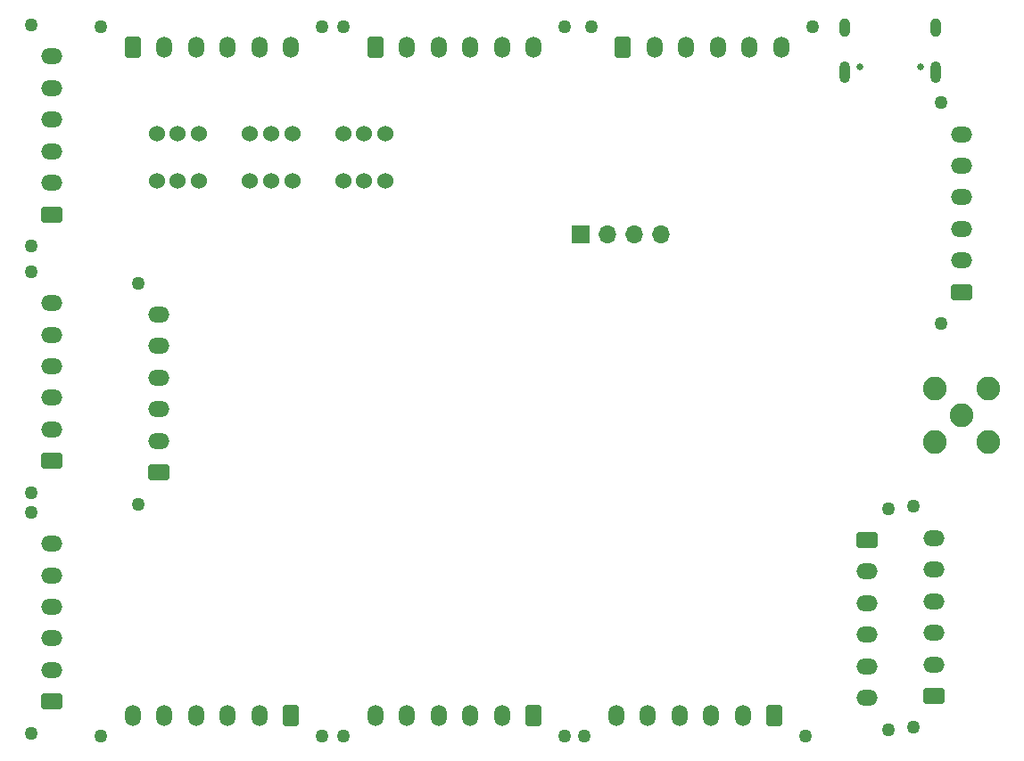
<source format=gbr>
%TF.GenerationSoftware,KiCad,Pcbnew,7.0.7*%
%TF.CreationDate,2023-09-06T20:36:42+03:00*%
%TF.ProjectId,apollo,61706f6c-6c6f-42e6-9b69-6361645f7063,rev?*%
%TF.SameCoordinates,Original*%
%TF.FileFunction,Soldermask,Bot*%
%TF.FilePolarity,Negative*%
%FSLAX46Y46*%
G04 Gerber Fmt 4.6, Leading zero omitted, Abs format (unit mm)*
G04 Created by KiCad (PCBNEW 7.0.7) date 2023-09-06 20:36:42*
%MOMM*%
%LPD*%
G01*
G04 APERTURE LIST*
G04 Aperture macros list*
%AMRoundRect*
0 Rectangle with rounded corners*
0 $1 Rounding radius*
0 $2 $3 $4 $5 $6 $7 $8 $9 X,Y pos of 4 corners*
0 Add a 4 corners polygon primitive as box body*
4,1,4,$2,$3,$4,$5,$6,$7,$8,$9,$2,$3,0*
0 Add four circle primitives for the rounded corners*
1,1,$1+$1,$2,$3*
1,1,$1+$1,$4,$5*
1,1,$1+$1,$6,$7*
1,1,$1+$1,$8,$9*
0 Add four rect primitives between the rounded corners*
20,1,$1+$1,$2,$3,$4,$5,0*
20,1,$1+$1,$4,$5,$6,$7,0*
20,1,$1+$1,$6,$7,$8,$9,0*
20,1,$1+$1,$8,$9,$2,$3,0*%
G04 Aperture macros list end*
%ADD10C,1.270000*%
%ADD11RoundRect,0.250001X0.759999X-0.499999X0.759999X0.499999X-0.759999X0.499999X-0.759999X-0.499999X0*%
%ADD12O,2.020000X1.500000*%
%ADD13R,1.700000X1.700000*%
%ADD14O,1.700000X1.700000*%
%ADD15RoundRect,0.250001X-0.499999X-0.759999X0.499999X-0.759999X0.499999X0.759999X-0.499999X0.759999X0*%
%ADD16O,1.500000X2.020000*%
%ADD17O,1.000000X1.800000*%
%ADD18O,1.000000X2.100000*%
%ADD19C,0.650000*%
%ADD20C,2.250000*%
%ADD21RoundRect,0.250001X0.499999X0.759999X-0.499999X0.759999X-0.499999X-0.759999X0.499999X-0.759999X0*%
%ADD22C,1.524000*%
%ADD23RoundRect,0.250001X-0.759999X0.499999X-0.759999X-0.499999X0.759999X-0.499999X0.759999X0.499999X0*%
G04 APERTURE END LIST*
D10*
%TO.C,J9*%
X119325000Y-105805000D03*
X119325000Y-84805000D03*
D11*
X121285000Y-102805000D03*
D12*
X121285000Y-99805000D03*
X121285000Y-96805000D03*
X121285000Y-93805000D03*
X121285000Y-90805000D03*
X121285000Y-87805000D03*
%TD*%
D13*
%TO.C,J16*%
X171450000Y-81280000D03*
D14*
X173990000Y-81280000D03*
X176530000Y-81280000D03*
X179070000Y-81280000D03*
%TD*%
D10*
%TO.C,J11*%
X125970000Y-61540000D03*
X146970000Y-61540000D03*
D15*
X128970000Y-63500000D03*
D16*
X131970000Y-63500000D03*
X134970000Y-63500000D03*
X137970000Y-63500000D03*
X140970000Y-63500000D03*
X143970000Y-63500000D03*
%TD*%
D17*
%TO.C,J2*%
X196570500Y-61650000D03*
D18*
X196570500Y-65850000D03*
D17*
X205210500Y-61650000D03*
D18*
X205210500Y-65850000D03*
D19*
X198000500Y-65330000D03*
X203780500Y-65330000D03*
%TD*%
D10*
%TO.C,J15*%
X203090000Y-128140000D03*
X203090000Y-107140000D03*
D11*
X205050000Y-125140000D03*
D12*
X205050000Y-122140000D03*
X205050000Y-119140000D03*
X205050000Y-116140000D03*
X205050000Y-113140000D03*
X205050000Y-110140000D03*
%TD*%
D20*
%TO.C,J5*%
X207645000Y-98425000D03*
X210185000Y-95885000D03*
X205105000Y-95885000D03*
X210185000Y-100965000D03*
X205105000Y-100965000D03*
%TD*%
D10*
%TO.C,J13*%
X170005000Y-128960000D03*
X149005000Y-128960000D03*
D21*
X167005000Y-127000000D03*
D16*
X164005000Y-127000000D03*
X161005000Y-127000000D03*
X158005000Y-127000000D03*
X155005000Y-127000000D03*
X152005000Y-127000000D03*
%TD*%
D22*
%TO.C,SW4*%
X135255000Y-76200000D03*
X133255000Y-76200000D03*
X131255000Y-76200000D03*
X131255000Y-71700000D03*
X133255000Y-71700000D03*
X135255000Y-71700000D03*
%TD*%
D10*
%TO.C,J12*%
X119325000Y-128665000D03*
X119325000Y-107665000D03*
D11*
X121285000Y-125665000D03*
D12*
X121285000Y-122665000D03*
X121285000Y-119665000D03*
X121285000Y-116665000D03*
X121285000Y-113665000D03*
X121285000Y-110665000D03*
%TD*%
D10*
%TO.C,J14*%
X205685000Y-89755000D03*
X205685000Y-68755000D03*
D11*
X207645000Y-86755000D03*
D12*
X207645000Y-83755000D03*
X207645000Y-80755000D03*
X207645000Y-77755000D03*
X207645000Y-74755000D03*
X207645000Y-71755000D03*
%TD*%
D10*
%TO.C,J7*%
X200660000Y-107315000D03*
X200660000Y-128315000D03*
D23*
X198700000Y-110315000D03*
D12*
X198700000Y-113315000D03*
X198700000Y-116315000D03*
X198700000Y-119315000D03*
X198700000Y-122315000D03*
X198700000Y-125315000D03*
%TD*%
D10*
%TO.C,J3*%
X149005000Y-61540000D03*
X170005000Y-61540000D03*
D15*
X152005000Y-63500000D03*
D16*
X155005000Y-63500000D03*
X158005000Y-63500000D03*
X161005000Y-63500000D03*
X164005000Y-63500000D03*
X167005000Y-63500000D03*
%TD*%
D10*
%TO.C,J10*%
X119325000Y-82375000D03*
X119325000Y-61375000D03*
D11*
X121285000Y-79375000D03*
D12*
X121285000Y-76375000D03*
X121285000Y-73375000D03*
X121285000Y-70375000D03*
X121285000Y-67375000D03*
X121285000Y-64375000D03*
%TD*%
D22*
%TO.C,SW5*%
X144113000Y-76200000D03*
X142113000Y-76200000D03*
X140113000Y-76200000D03*
X140113000Y-71700000D03*
X142113000Y-71700000D03*
X144113000Y-71700000D03*
%TD*%
%TO.C,SW6*%
X152940000Y-76200000D03*
X150940000Y-76200000D03*
X148940000Y-76200000D03*
X148940000Y-71700000D03*
X150940000Y-71700000D03*
X152940000Y-71700000D03*
%TD*%
D10*
%TO.C,J4*%
X129485000Y-106900000D03*
X129485000Y-85900000D03*
D11*
X131445000Y-103900000D03*
D12*
X131445000Y-100900000D03*
X131445000Y-97900000D03*
X131445000Y-94900000D03*
X131445000Y-91900000D03*
X131445000Y-88900000D03*
%TD*%
D10*
%TO.C,J8*%
X192865000Y-128960000D03*
X171865000Y-128960000D03*
D21*
X189865000Y-127000000D03*
D16*
X186865000Y-127000000D03*
X183865000Y-127000000D03*
X180865000Y-127000000D03*
X177865000Y-127000000D03*
X174865000Y-127000000D03*
%TD*%
D10*
%TO.C,J1*%
X146970000Y-128960000D03*
X125970000Y-128960000D03*
D21*
X143970000Y-127000000D03*
D16*
X140970000Y-127000000D03*
X137970000Y-127000000D03*
X134970000Y-127000000D03*
X131970000Y-127000000D03*
X128970000Y-127000000D03*
%TD*%
D10*
%TO.C,J6*%
X172500000Y-61540000D03*
X193500000Y-61540000D03*
D15*
X175500000Y-63500000D03*
D16*
X178500000Y-63500000D03*
X181500000Y-63500000D03*
X184500000Y-63500000D03*
X187500000Y-63500000D03*
X190500000Y-63500000D03*
%TD*%
M02*

</source>
